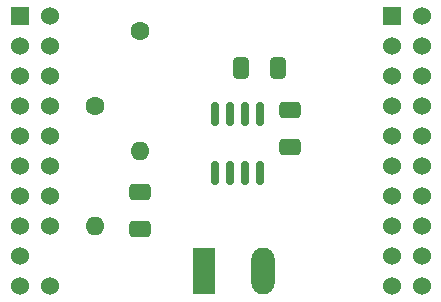
<source format=gbr>
%TF.GenerationSoftware,KiCad,Pcbnew,7.0.8*%
%TF.CreationDate,2024-04-03T00:11:47-07:00*%
%TF.ProjectId,DrapeCurrent - R1,44726170-6543-4757-9272-656e74202d20,rev?*%
%TF.SameCoordinates,Original*%
%TF.FileFunction,Soldermask,Top*%
%TF.FilePolarity,Negative*%
%FSLAX46Y46*%
G04 Gerber Fmt 4.6, Leading zero omitted, Abs format (unit mm)*
G04 Created by KiCad (PCBNEW 7.0.8) date 2024-04-03 00:11:47*
%MOMM*%
%LPD*%
G01*
G04 APERTURE LIST*
G04 Aperture macros list*
%AMRoundRect*
0 Rectangle with rounded corners*
0 $1 Rounding radius*
0 $2 $3 $4 $5 $6 $7 $8 $9 X,Y pos of 4 corners*
0 Add a 4 corners polygon primitive as box body*
4,1,4,$2,$3,$4,$5,$6,$7,$8,$9,$2,$3,0*
0 Add four circle primitives for the rounded corners*
1,1,$1+$1,$2,$3*
1,1,$1+$1,$4,$5*
1,1,$1+$1,$6,$7*
1,1,$1+$1,$8,$9*
0 Add four rect primitives between the rounded corners*
20,1,$1+$1,$2,$3,$4,$5,0*
20,1,$1+$1,$4,$5,$6,$7,0*
20,1,$1+$1,$6,$7,$8,$9,0*
20,1,$1+$1,$8,$9,$2,$3,0*%
G04 Aperture macros list end*
%ADD10R,1.524000X1.524000*%
%ADD11C,1.524000*%
%ADD12RoundRect,0.150000X0.150000X-0.825000X0.150000X0.825000X-0.150000X0.825000X-0.150000X-0.825000X0*%
%ADD13C,1.600000*%
%ADD14O,1.600000X1.600000*%
%ADD15R,1.980000X3.960000*%
%ADD16O,1.980000X3.960000*%
%ADD17RoundRect,0.250000X-0.650000X0.412500X-0.650000X-0.412500X0.650000X-0.412500X0.650000X0.412500X0*%
%ADD18RoundRect,0.250000X0.650000X-0.412500X0.650000X0.412500X-0.650000X0.412500X-0.650000X-0.412500X0*%
%ADD19RoundRect,0.250000X-0.412500X-0.650000X0.412500X-0.650000X0.412500X0.650000X-0.412500X0.650000X0*%
G04 APERTURE END LIST*
D10*
%TO.C,J1*%
X1270000Y24130000D03*
D11*
X1270000Y21590000D03*
X1270000Y19050000D03*
X1270000Y16510000D03*
X1270000Y13970000D03*
X1270000Y11430000D03*
X1270000Y8890000D03*
X1270000Y6350000D03*
X1270000Y3810000D03*
X1270000Y1270000D03*
X3810000Y24130000D03*
X3810000Y21590000D03*
X3810000Y19050000D03*
X3810000Y16510000D03*
X3810000Y13970000D03*
X3810000Y11430000D03*
X3810000Y8890000D03*
X3810000Y6350000D03*
X3810000Y1270000D03*
D10*
X32766000Y24130000D03*
D11*
X32766000Y21590000D03*
X32766000Y19050000D03*
X32766000Y16510000D03*
X32766000Y13970000D03*
X32766000Y11430000D03*
X32766000Y8890000D03*
X32766000Y6350000D03*
X32766000Y3810000D03*
X32766000Y1270000D03*
X35306000Y24130000D03*
X35306000Y21590000D03*
X35306000Y19050000D03*
X35306000Y16510000D03*
X35306000Y13970000D03*
X35306000Y11430000D03*
X35306000Y8890000D03*
X35306000Y6350000D03*
X35306000Y3810000D03*
X35306000Y1270000D03*
%TD*%
D12*
%TO.C,U1*%
X17780000Y10860000D03*
X19050000Y10860000D03*
X20320000Y10860000D03*
X21590000Y10860000D03*
X21590000Y15810000D03*
X20320000Y15810000D03*
X19050000Y15810000D03*
X17780000Y15810000D03*
%TD*%
D13*
%TO.C,R2*%
X7620000Y16510000D03*
D14*
X7620000Y6350000D03*
%TD*%
D13*
%TO.C,R1*%
X11430000Y22860000D03*
D14*
X11430000Y12700000D03*
%TD*%
D15*
%TO.C,J2*%
X16920000Y2540000D03*
D16*
X21920000Y2540000D03*
%TD*%
D17*
%TO.C,C3*%
X11430000Y9182500D03*
X11430000Y6057500D03*
%TD*%
D18*
%TO.C,C2*%
X24130000Y13042500D03*
X24130000Y16167500D03*
%TD*%
D19*
%TO.C,C1*%
X20027500Y19685000D03*
X23152500Y19685000D03*
%TD*%
M02*

</source>
